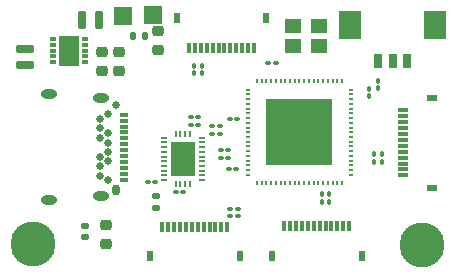
<source format=gbr>
%TF.GenerationSoftware,KiCad,Pcbnew,7.0.6*%
%TF.CreationDate,2024-03-24T10:59:23+08:00*%
%TF.ProjectId,USB3 Hub,55534233-2048-4756-922e-6b696361645f,rev?*%
%TF.SameCoordinates,Original*%
%TF.FileFunction,Soldermask,Top*%
%TF.FilePolarity,Negative*%
%FSLAX46Y46*%
G04 Gerber Fmt 4.6, Leading zero omitted, Abs format (unit mm)*
G04 Created by KiCad (PCBNEW 7.0.6) date 2024-03-24 10:59:23*
%MOMM*%
%LPD*%
G01*
G04 APERTURE LIST*
G04 Aperture macros list*
%AMRoundRect*
0 Rectangle with rounded corners*
0 $1 Rounding radius*
0 $2 $3 $4 $5 $6 $7 $8 $9 X,Y pos of 4 corners*
0 Add a 4 corners polygon primitive as box body*
4,1,4,$2,$3,$4,$5,$6,$7,$8,$9,$2,$3,0*
0 Add four circle primitives for the rounded corners*
1,1,$1+$1,$2,$3*
1,1,$1+$1,$4,$5*
1,1,$1+$1,$6,$7*
1,1,$1+$1,$8,$9*
0 Add four rect primitives between the rounded corners*
20,1,$1+$1,$2,$3,$4,$5,0*
20,1,$1+$1,$4,$5,$6,$7,0*
20,1,$1+$1,$6,$7,$8,$9,0*
20,1,$1+$1,$8,$9,$2,$3,0*%
G04 Aperture macros list end*
%ADD10C,3.800000*%
%ADD11RoundRect,0.100000X0.100000X-0.130000X0.100000X0.130000X-0.100000X0.130000X-0.100000X-0.130000X0*%
%ADD12RoundRect,0.100000X0.130000X0.100000X-0.130000X0.100000X-0.130000X-0.100000X0.130000X-0.100000X0*%
%ADD13RoundRect,0.050800X-0.150000X-0.400000X0.150000X-0.400000X0.150000X0.400000X-0.150000X0.400000X0*%
%ADD14RoundRect,0.050800X-0.200000X-0.400000X0.200000X-0.400000X0.200000X0.400000X-0.200000X0.400000X0*%
%ADD15R,1.400000X1.200000*%
%ADD16R,1.500000X1.500000*%
%ADD17R,0.550000X0.300000*%
%ADD18R,1.750000X2.600000*%
%ADD19RoundRect,0.100000X-0.130000X-0.100000X0.130000X-0.100000X0.130000X0.100000X-0.130000X0.100000X0*%
%ADD20RoundRect,0.225000X0.250000X-0.225000X0.250000X0.225000X-0.250000X0.225000X-0.250000X-0.225000X0*%
%ADD21RoundRect,0.050800X0.400000X-0.150000X0.400000X0.150000X-0.400000X0.150000X-0.400000X-0.150000X0*%
%ADD22RoundRect,0.050800X0.400000X-0.200000X0.400000X0.200000X-0.400000X0.200000X-0.400000X-0.200000X0*%
%ADD23RoundRect,0.147500X0.172500X-0.147500X0.172500X0.147500X-0.172500X0.147500X-0.172500X-0.147500X0*%
%ADD24RoundRect,0.100000X-0.100000X0.130000X-0.100000X-0.130000X0.100000X-0.130000X0.100000X0.130000X0*%
%ADD25R,0.500000X0.200000*%
%ADD26R,0.200000X0.500000*%
%ADD27R,2.000000X3.000000*%
%ADD28R,0.200000X0.450000*%
%ADD29R,0.450000X0.200000*%
%ADD30R,5.700000X5.700000*%
%ADD31RoundRect,0.100000X-0.200000X-0.700000X0.200000X-0.700000X0.200000X0.700000X-0.200000X0.700000X0*%
%ADD32RoundRect,0.085714X-0.214286X-0.714286X0.214286X-0.714286X0.214286X0.714286X-0.214286X0.714286X0*%
%ADD33C,0.650000*%
%ADD34O,0.650000X0.950000*%
%ADD35R,0.700000X0.300000*%
%ADD36O,1.400000X0.800000*%
%ADD37RoundRect,0.225000X-0.250000X0.225000X-0.250000X-0.225000X0.250000X-0.225000X0.250000X0.225000X0*%
%ADD38RoundRect,0.100000X-0.700000X0.200000X-0.700000X-0.200000X0.700000X-0.200000X0.700000X0.200000X0*%
%ADD39RoundRect,0.085714X-0.714286X0.214286X-0.714286X-0.214286X0.714286X-0.214286X0.714286X0.214286X0*%
%ADD40R,0.700000X1.200000*%
%ADD41R,1.900000X2.400000*%
%ADD42RoundRect,0.147500X-0.147500X-0.172500X0.147500X-0.172500X0.147500X0.172500X-0.147500X0.172500X0*%
%ADD43RoundRect,0.050800X0.150000X0.400000X-0.150000X0.400000X-0.150000X-0.400000X0.150000X-0.400000X0*%
%ADD44RoundRect,0.050800X0.200000X0.400000X-0.200000X0.400000X-0.200000X-0.400000X0.200000X-0.400000X0*%
G04 APERTURE END LIST*
D10*
%TO.C,H1*%
X124340000Y-100800000D03*
%TD*%
D11*
%TO.C,C10*%
X137950000Y-86315000D03*
X137950000Y-85675000D03*
%TD*%
D12*
%TO.C,C20*%
X141670000Y-98370000D03*
X141030000Y-98370000D03*
%TD*%
D13*
%TO.C,J5*%
X135260000Y-99310000D03*
X135760000Y-99310000D03*
X136260000Y-99310000D03*
X136760000Y-99310000D03*
X137260000Y-99310000D03*
X137760000Y-99310000D03*
X138260000Y-99310000D03*
X138760000Y-99310000D03*
X139260000Y-99310000D03*
X139760000Y-99310000D03*
X140260000Y-99310000D03*
X140760000Y-99310000D03*
D14*
X134210000Y-101810000D03*
X141810000Y-101810000D03*
%TD*%
D15*
%TO.C,Y1*%
X148540000Y-82330000D03*
X146340000Y-82330000D03*
X146340000Y-84030000D03*
X148540000Y-84030000D03*
%TD*%
D12*
%TO.C,R9*%
X140120000Y-91500000D03*
X139480000Y-91500000D03*
%TD*%
%TO.C,C33*%
X141620000Y-90150000D03*
X140980000Y-90150000D03*
%TD*%
D16*
%TO.C,TP2*%
X131920000Y-81430000D03*
%TD*%
D17*
%TO.C,U3*%
X128690000Y-85390000D03*
X128690000Y-84890000D03*
X128690000Y-84390000D03*
X128690000Y-83890000D03*
X128690000Y-83390000D03*
X125990000Y-83390000D03*
X125990000Y-83890000D03*
X125990000Y-84390000D03*
X125990000Y-84890000D03*
X125990000Y-85390000D03*
D18*
X127340000Y-84390000D03*
%TD*%
D19*
%TO.C,C8*%
X140200000Y-93490000D03*
X140840000Y-93490000D03*
%TD*%
D16*
%TO.C,TP1*%
X134440000Y-81420000D03*
%TD*%
D11*
%TO.C,C9*%
X138600000Y-86320000D03*
X138600000Y-85680000D03*
%TD*%
%TO.C,C13*%
X153860000Y-93830000D03*
X153860000Y-93190000D03*
%TD*%
D20*
%TO.C,C1*%
X130130000Y-86085000D03*
X130130000Y-84535000D03*
%TD*%
D12*
%TO.C,C19*%
X141670000Y-97820000D03*
X141030000Y-97820000D03*
%TD*%
%TO.C,C36*%
X141530000Y-94440000D03*
X140890000Y-94440000D03*
%TD*%
D21*
%TO.C,J3*%
X155630000Y-94960000D03*
X155630000Y-94460000D03*
X155630000Y-93960000D03*
X155630000Y-93460000D03*
X155630000Y-92960000D03*
X155630000Y-92460000D03*
X155630000Y-91960000D03*
X155630000Y-91460000D03*
X155630000Y-90960000D03*
X155630000Y-90460000D03*
X155630000Y-89960000D03*
X155630000Y-89460000D03*
D22*
X158130000Y-96010000D03*
X158130000Y-88410000D03*
%TD*%
D12*
%TO.C,R7*%
X138310000Y-90730000D03*
X137670000Y-90730000D03*
%TD*%
D11*
%TO.C,C14*%
X153150000Y-93820000D03*
X153150000Y-93180000D03*
%TD*%
D12*
%TO.C,C7*%
X140840000Y-92830000D03*
X140200000Y-92830000D03*
%TD*%
%TO.C,R10*%
X144880000Y-85420000D03*
X144240000Y-85420000D03*
%TD*%
D19*
%TO.C,C46*%
X137670000Y-89980000D03*
X138310000Y-89980000D03*
%TD*%
D23*
%TO.C,D12*%
X134730000Y-97705000D03*
X134730000Y-96735000D03*
%TD*%
D24*
%TO.C,R25*%
X153510000Y-86950000D03*
X153510000Y-87590000D03*
%TD*%
D25*
%TO.C,U1*%
X135400000Y-91770000D03*
X135400000Y-92170000D03*
X135400000Y-92570000D03*
X135400000Y-92970000D03*
X135400000Y-93370000D03*
X135400000Y-93770000D03*
X135400000Y-94170000D03*
X135400000Y-94570000D03*
X135400000Y-94970000D03*
X135400000Y-95370000D03*
D26*
X136400000Y-95670000D03*
X136800000Y-95670000D03*
X137200000Y-95670000D03*
X137600000Y-95670000D03*
D25*
X138600000Y-95370000D03*
X138600000Y-94970000D03*
X138600000Y-94570000D03*
X138600000Y-94170000D03*
X138600000Y-93770000D03*
X138600000Y-93370000D03*
X138600000Y-92970000D03*
X138600000Y-92570000D03*
X138600000Y-92170000D03*
X138600000Y-91770000D03*
D26*
X137600000Y-91470000D03*
X137200000Y-91470000D03*
X136800000Y-91470000D03*
X136400000Y-91470000D03*
D27*
X137000000Y-93570000D03*
%TD*%
D19*
%TO.C,R6*%
X136410000Y-96400000D03*
X137050000Y-96400000D03*
%TD*%
D10*
%TO.C,H2*%
X157260000Y-100860000D03*
%TD*%
D28*
%TO.C,U2*%
X143270000Y-95635000D03*
X143670000Y-95635000D03*
X144070000Y-95635000D03*
X144470000Y-95635000D03*
X144870000Y-95635000D03*
X145270000Y-95635000D03*
X145670000Y-95635000D03*
X146070000Y-95635000D03*
X146470000Y-95635000D03*
X146870000Y-95635000D03*
X147270000Y-95635000D03*
X147670000Y-95635000D03*
X148070000Y-95635000D03*
X148470000Y-95635000D03*
X148870000Y-95635000D03*
X149270000Y-95635000D03*
X149670000Y-95635000D03*
X150070000Y-95635000D03*
X150470000Y-95635000D03*
D29*
X151195000Y-94910000D03*
X151195000Y-94510000D03*
X151195000Y-94110000D03*
X151195000Y-93710000D03*
X151195000Y-93310000D03*
X151195000Y-92910000D03*
X151195000Y-92510000D03*
X151195000Y-92110000D03*
X151195000Y-91710000D03*
X151195000Y-91310000D03*
X151195000Y-90910000D03*
X151195000Y-90510000D03*
X151195000Y-90110000D03*
X151195000Y-89710000D03*
X151195000Y-89310000D03*
X151195000Y-88910000D03*
X151195000Y-88510000D03*
X151195000Y-88110000D03*
X151195000Y-87710000D03*
D28*
X150470000Y-86985000D03*
X150070000Y-86985000D03*
X149670000Y-86985000D03*
X149270000Y-86985000D03*
X148870000Y-86985000D03*
X148470000Y-86985000D03*
X148070000Y-86985000D03*
X147670000Y-86985000D03*
X147270000Y-86985000D03*
X146870000Y-86985000D03*
X146470000Y-86985000D03*
X146070000Y-86985000D03*
X145670000Y-86985000D03*
X145270000Y-86985000D03*
X144870000Y-86985000D03*
X144470000Y-86985000D03*
X144070000Y-86985000D03*
X143670000Y-86985000D03*
X143270000Y-86985000D03*
D29*
X142545000Y-87710000D03*
X142545000Y-88110000D03*
X142545000Y-88510000D03*
X142545000Y-88910000D03*
X142545000Y-89310000D03*
X142545000Y-89710000D03*
X142545000Y-90110000D03*
X142545000Y-90510000D03*
X142545000Y-90910000D03*
X142545000Y-91310000D03*
X142545000Y-91710000D03*
X142545000Y-92110000D03*
X142545000Y-92510000D03*
X142545000Y-92910000D03*
X142545000Y-93310000D03*
X142545000Y-93710000D03*
X142545000Y-94110000D03*
X142545000Y-94510000D03*
X142545000Y-94910000D03*
D30*
X146870000Y-91310000D03*
%TD*%
D31*
%TO.C,L2*%
X128500000Y-81790000D03*
D32*
X129900000Y-81790000D03*
%TD*%
D33*
%TO.C,J1*%
X131340000Y-88980000D03*
D34*
X131340000Y-96180000D03*
D35*
X132000000Y-89830000D03*
X132000000Y-90330000D03*
X132000000Y-90830000D03*
X132000000Y-91330000D03*
X132000000Y-91830000D03*
X132000000Y-92330000D03*
X132000000Y-92830000D03*
X132000000Y-93330000D03*
X132000000Y-93830000D03*
X132000000Y-94330000D03*
X132000000Y-94830000D03*
X132000000Y-95330000D03*
D33*
X130690000Y-95380000D03*
X129990000Y-94980000D03*
X129990000Y-94180000D03*
X130690000Y-93780000D03*
X129990000Y-93380000D03*
X130690000Y-92980000D03*
X130690000Y-92180000D03*
X129990000Y-91780000D03*
X130690000Y-91380000D03*
X129990000Y-90980000D03*
X129990000Y-90180000D03*
X130690000Y-89780000D03*
D36*
X125630000Y-88090000D03*
X130090000Y-88450000D03*
X130090000Y-96710000D03*
X125630000Y-97070000D03*
%TD*%
D12*
%TO.C,R8*%
X140120000Y-90740000D03*
X139480000Y-90740000D03*
%TD*%
D23*
%TO.C,L4*%
X128720000Y-100215000D03*
X128720000Y-99245000D03*
%TD*%
D37*
%TO.C,C32*%
X134900000Y-82765000D03*
X134900000Y-84315000D03*
%TD*%
D38*
%TO.C,L1*%
X123620000Y-84240000D03*
D39*
X123620000Y-85640000D03*
%TD*%
D40*
%TO.C,J6*%
X156015000Y-85280000D03*
X154765000Y-85280000D03*
D41*
X158340000Y-82240000D03*
D40*
X153515000Y-85280000D03*
D41*
X151190000Y-82240000D03*
%TD*%
D42*
%TO.C,D1*%
X132785000Y-83190000D03*
X133755000Y-83190000D03*
%TD*%
D24*
%TO.C,C17*%
X149350000Y-96550000D03*
X149350000Y-97190000D03*
%TD*%
D13*
%TO.C,J4*%
X145580000Y-99290000D03*
X146080000Y-99290000D03*
X146580000Y-99290000D03*
X147080000Y-99290000D03*
X147580000Y-99290000D03*
X148080000Y-99290000D03*
X148580000Y-99290000D03*
X149080000Y-99290000D03*
X149580000Y-99290000D03*
X150080000Y-99290000D03*
X150580000Y-99290000D03*
X151080000Y-99290000D03*
D14*
X144530000Y-101790000D03*
X152130000Y-101790000D03*
%TD*%
D19*
%TO.C,R5*%
X134040000Y-95490000D03*
X134680000Y-95490000D03*
%TD*%
D24*
%TO.C,C16*%
X148790000Y-96550000D03*
X148790000Y-97190000D03*
%TD*%
D20*
%TO.C,C2*%
X131610000Y-86105000D03*
X131610000Y-84555000D03*
%TD*%
D11*
%TO.C,C51*%
X152780000Y-88260000D03*
X152780000Y-87620000D03*
%TD*%
D37*
%TO.C,C43*%
X130500000Y-99205000D03*
X130500000Y-100755000D03*
%TD*%
D43*
%TO.C,J2*%
X143020000Y-84160000D03*
X142520000Y-84160000D03*
X142020000Y-84160000D03*
X141520000Y-84160000D03*
X141020000Y-84160000D03*
X140520000Y-84160000D03*
X140020000Y-84160000D03*
X139520000Y-84160000D03*
X139020000Y-84160000D03*
X138520000Y-84160000D03*
X138020000Y-84160000D03*
X137520000Y-84160000D03*
D44*
X144070000Y-81660000D03*
X136470000Y-81660000D03*
%TD*%
M02*

</source>
